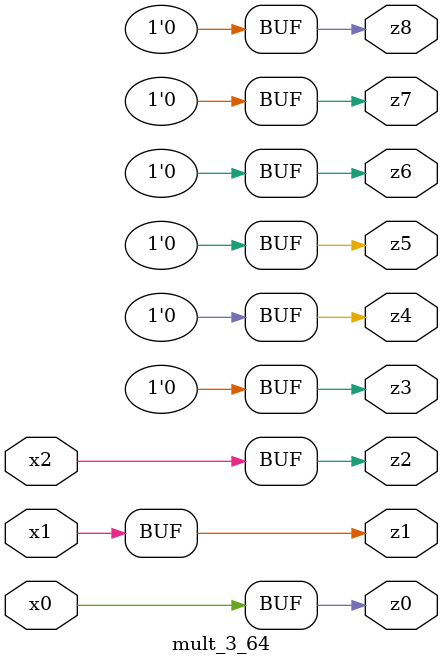
<source format=v>

module mult_3_64 ( 
    x0, x1, x2,
    z0, z1, z2, z3, z4, z5, z6, z7, z8  );
  input  x0, x1, x2;
  output z0, z1, z2, z3, z4, z5, z6, z7, z8;
  assign z3 = 1'b0;
  assign z0 = x0;
  assign z1 = x1;
  assign z2 = x2;
  assign z4 = 1'b0;
  assign z5 = 1'b0;
  assign z6 = 1'b0;
  assign z7 = 1'b0;
  assign z8 = 1'b0;
endmodule



</source>
